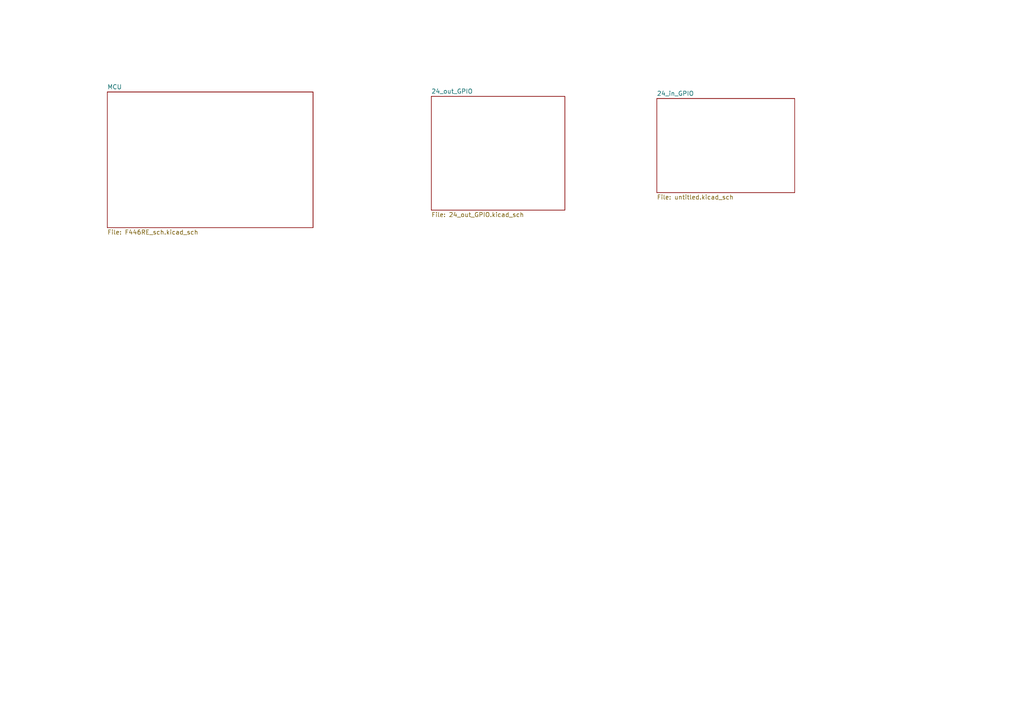
<source format=kicad_sch>
(kicad_sch (version 20211123) (generator eeschema)
  (paper "A4")
  (lib_symbols)
  (sheet (at 190.5 28.575) (size 40.005 27.305) (stroke (width 0.1524))
    (property "Sheet name" "24_in_GPIO" (at 190.5 27.8634 0) (effects (justify left bottom)))
    (property "Sheet file" "untitled.kicad_sch" (at 190.5 56.4646 0) (effects (justify left top)))
  )
  (sheet (at 31.115 26.67) (size 59.69 39.37) (stroke (width 0.1524))
    (property "Sheet name" "MCU" (at 31.115 25.9584 0) (effects (justify left bottom)))
    (property "Sheet file" "F446RE_sch.kicad_sch" (at 31.115 66.6246 0) (effects (justify left top)))
  )
  (sheet (at 125.095 27.94) (size 38.735 33.02) (stroke (width 0.1524))
    (property "Sheet name" "24_out_GPIO" (at 125.095 27.2284 0) (effects (justify left bottom)))
    (property "Sheet file" "24_out_GPIO.kicad_sch" (at 125.095 61.5446 0) (effects (justify left top)))
  )
)
</source>
